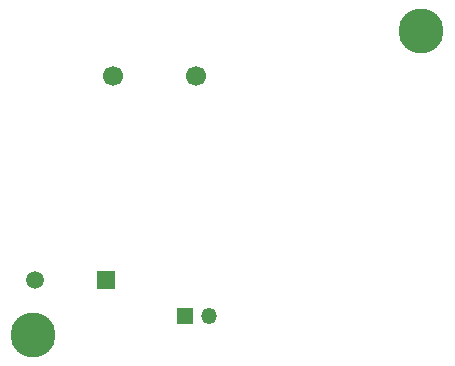
<source format=gbr>
%TF.GenerationSoftware,KiCad,Pcbnew,(6.0.9)*%
%TF.CreationDate,2022-12-23T11:03:20+01:00*%
%TF.ProjectId,FM_Transmitter,464d5f54-7261-46e7-936d-69747465722e,rev?*%
%TF.SameCoordinates,Original*%
%TF.FileFunction,Soldermask,Bot*%
%TF.FilePolarity,Negative*%
%FSLAX46Y46*%
G04 Gerber Fmt 4.6, Leading zero omitted, Abs format (unit mm)*
G04 Created by KiCad (PCBNEW (6.0.9)) date 2022-12-23 11:03:20*
%MOMM*%
%LPD*%
G01*
G04 APERTURE LIST*
G04 Aperture macros list*
%AMRoundRect*
0 Rectangle with rounded corners*
0 $1 Rounding radius*
0 $2 $3 $4 $5 $6 $7 $8 $9 X,Y pos of 4 corners*
0 Add a 4 corners polygon primitive as box body*
4,1,4,$2,$3,$4,$5,$6,$7,$8,$9,$2,$3,0*
0 Add four circle primitives for the rounded corners*
1,1,$1+$1,$2,$3*
1,1,$1+$1,$4,$5*
1,1,$1+$1,$6,$7*
1,1,$1+$1,$8,$9*
0 Add four rect primitives between the rounded corners*
20,1,$1+$1,$2,$3,$4,$5,0*
20,1,$1+$1,$4,$5,$6,$7,0*
20,1,$1+$1,$6,$7,$8,$9,0*
20,1,$1+$1,$8,$9,$2,$3,0*%
G04 Aperture macros list end*
%ADD10C,3.800000*%
%ADD11C,1.500000*%
%ADD12RoundRect,0.250000X-0.550000X0.550000X-0.550000X-0.550000X0.550000X-0.550000X0.550000X0.550000X0*%
%ADD13R,1.350000X1.350000*%
%ADD14O,1.350000X1.350000*%
%ADD15C,1.700000*%
G04 APERTURE END LIST*
D10*
%TO.C,H4*%
X67424212Y-103714415D03*
%TD*%
%TO.C,H3*%
X100289946Y-77991806D03*
%TD*%
D11*
%TO.C,AE1*%
X67587000Y-99060000D03*
D12*
X73587000Y-99060000D03*
%TD*%
D13*
%TO.C,J2*%
X80264000Y-102108000D03*
D14*
X82264000Y-102108000D03*
%TD*%
D15*
%TO.C,J1*%
X81208000Y-81788000D03*
X74208000Y-81788000D03*
%TD*%
M02*

</source>
